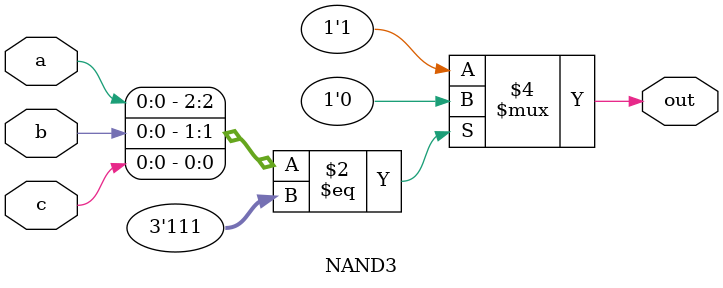
<source format=v>
module three_to_vote(sw3, agreement);
input [2:0] sw3;
output reg agreement;
wire result;
wire w1, w2, w3;
always@(sw3) begin
	agreement=~result;
end

gate_1 u1(
	.a(sw3[0]),
	.b(sw3[1]),
	.out(w1));
gate_1 u2(
	.a(sw3[0]),
	.b(sw3[2]),
	.out(w2));
gate_1 u3(
	.a(sw3[1]),
	.b(sw3[2]),
	.out(w3));
gate_2 u4(
	.a(w1),
	.b(w2),
	.c(w3),
	.out(result));
endmodule

module NAND2(a ,b , out);
input a;
input b;
output reg out;

always @(a or b) begin
	if ({a,b}==2'b11) begin
		out=1'b0;
		
	end
	else begin
		out=1'b1;
	end
end

endmodule

module gate_1(out,a,b);
input a,b;
output out;
assign out=~(a&b);
endmodule 

module gate_2(out,a,b,c);
input a,b,c;
output out;
assign out=~(a&b&c);
endmodule 

module NAND3(a ,b ,c , out);
input a;
input b;
input c;
output reg out;

always @(a or b or c) begin
	if ({a ,b ,c}==3'b111) begin
		out=1'b0;
		
	end
	else begin
		out=1'b1;
	end
end

endmodule
</source>
